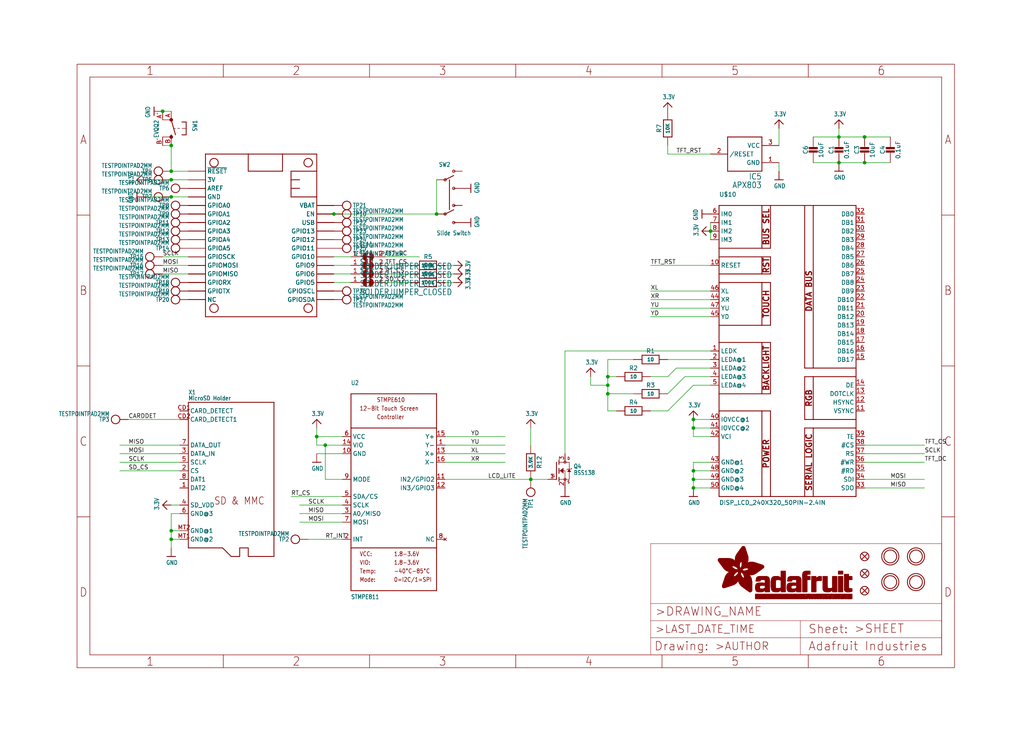
<source format=kicad_sch>
(kicad_sch (version 20211123) (generator eeschema)
  (paper "User" 303.835 217.881)
  (lib_symbols
    (symbol "eagleSchem-eagle-import:3.3V" (power)
      (property "Value" "3.3V" (at -1.524 1.016 0))
      (symbol "3.3V_1_0"
        (pin power_in line (at 0 -2.54 90) (length 2.54) (name "3.3V") (number "1"))
      )
    )
    (symbol "eagleSchem-eagle-import:AXP083-SAG"
      (property "Reference" "IC" (at -5.08 -7.62 0))
      (property "Value" "AXP083-SAG" (at -5.08 -10.16 0))
      (symbol "AXP083-SAG_1_0"
        (pin power_in line (at -10.16 -2.54 0) (length 5.08) (name "GND") (number "1"))
        (pin output line (at 10.16 0 180) (length 5.08) (name "/RESET") (number "2"))
        (pin power_in line (at -10.16 2.54 0) (length 5.08) (name "VCC") (number "3"))
      )
    )
    (symbol "eagleSchem-eagle-import:CAP_CERAMIC0805-NOOUTLINE"
      (property "Reference" "C" (at -2.29 1.25 90))
      (property "Value" "CAP_CERAMIC0805-NOOUTLINE" (at 2.3 1.25 90))
      (symbol "CAP_CERAMIC0805-NOOUTLINE_1_0"
        (pin passive line (at 0 5.08 270) (length 2.54) (name "1") (number "1"))
        (pin passive line (at 0 -2.54 90) (length 2.54) (name "2") (number "2"))
      )
    )
    (symbol "eagleSchem-eagle-import:DISP_LCD_240X320_50PIN-2.4IN"
      (property "Value" "DISP_LCD_240X320_50PIN-2.4IN" (at -20.32 -48.26 0))
      (symbol "DISP_LCD_240X320_50PIN-2.4IN_1_0"
        (text "BACKLIGHT" (at -6.35 -7.62 900) (effects (font (size 1.6764 1.6764) (thickness 0.3353) bold)))
        (text "BUS SEL" (at -6.35 34.29 900) (effects (font (size 1.6764 1.6764) (thickness 0.3353) bold)))
        (text "DATA BUS" (at 6.35 15.24 900) (effects (font (size 1.6764 1.6764) (thickness 0.3353) bold)))
        (text "POWER" (at -6.35 -33.02 900) (effects (font (size 1.6764 1.6764) (thickness 0.3353) bold)))
        (text "RGB" (at 6.35 -16.51 900) (effects (font (size 1.6764 1.6764) (thickness 0.3353) bold)))
        (text "RST" (at -6.35 22.86 900) (effects (font (size 1.6764 1.6764) (thickness 0.3353) bold)))
        (text "SERIAL LOGIC" (at 6.35 -35.56 900) (effects (font (size 1.6764 1.6764) (thickness 0.3353) bold)))
        (text "TOUCH" (at -6.35 11.43 900) (effects (font (size 1.6764 1.6764) (thickness 0.3353) bold)))
        (pin bidirectional line (at -22.86 -2.54 0) (length 2.54) (name "LEDK") (number "1"))
        (pin bidirectional line (at -22.86 22.86 0) (length 2.54) (name "RESET") (number "10"))
        (pin bidirectional line (at 22.86 -20.32 180) (length 2.54) (name "VSYNC") (number "11"))
        (pin bidirectional line (at 22.86 -17.78 180) (length 2.54) (name "HSYNC") (number "12"))
        (pin bidirectional line (at 22.86 -15.24 180) (length 2.54) (name "DOTCLK") (number "13"))
        (pin bidirectional line (at 22.86 -12.7 180) (length 2.54) (name "DE") (number "14"))
        (pin bidirectional line (at 22.86 -5.08 180) (length 2.54) (name "DB17") (number "15"))
        (pin bidirectional line (at 22.86 -2.54 180) (length 2.54) (name "DB16") (number "16"))
        (pin bidirectional line (at 22.86 0 180) (length 2.54) (name "DB15") (number "17"))
        (pin bidirectional line (at 22.86 2.54 180) (length 2.54) (name "DB14") (number "18"))
        (pin bidirectional line (at 22.86 5.08 180) (length 2.54) (name "DB13") (number "19"))
        (pin bidirectional line (at -22.86 -5.08 0) (length 2.54) (name "LEDA@1") (number "2"))
        (pin bidirectional line (at 22.86 7.62 180) (length 2.54) (name "DB12") (number "20"))
        (pin bidirectional line (at 22.86 10.16 180) (length 2.54) (name "DB11") (number "21"))
        (pin bidirectional line (at 22.86 12.7 180) (length 2.54) (name "DB10") (number "22"))
        (pin bidirectional line (at 22.86 15.24 180) (length 2.54) (name "DB9") (number "23"))
        (pin bidirectional line (at 22.86 17.78 180) (length 2.54) (name "DB8") (number "24"))
        (pin bidirectional line (at 22.86 20.32 180) (length 2.54) (name "DB7") (number "25"))
        (pin bidirectional line (at 22.86 22.86 180) (length 2.54) (name "DB6") (number "26"))
        (pin bidirectional line (at 22.86 25.4 180) (length 2.54) (name "DB5") (number "27"))
        (pin bidirectional line (at 22.86 27.94 180) (length 2.54) (name "DB4") (number "28"))
        (pin bidirectional line (at 22.86 30.48 180) (length 2.54) (name "DB3") (number "29"))
        (pin bidirectional line (at -22.86 -7.62 0) (length 2.54) (name "LEDA@2") (number "3"))
        (pin bidirectional line (at 22.86 33.02 180) (length 2.54) (name "DB2") (number "30"))
        (pin bidirectional line (at 22.86 35.56 180) (length 2.54) (name "DB1") (number "31"))
        (pin bidirectional line (at 22.86 38.1 180) (length 2.54) (name "DB0") (number "32"))
        (pin bidirectional line (at 22.86 -43.18 180) (length 2.54) (name "SDO") (number "33"))
        (pin bidirectional line (at 22.86 -40.64 180) (length 2.54) (name "SDI") (number "34"))
        (pin bidirectional line (at 22.86 -38.1 180) (length 2.54) (name "#RD") (number "35"))
        (pin bidirectional line (at 22.86 -35.56 180) (length 2.54) (name "#WR") (number "36"))
        (pin bidirectional line (at 22.86 -33.02 180) (length 2.54) (name "RS") (number "37"))
        (pin bidirectional line (at 22.86 -30.48 180) (length 2.54) (name "#CS") (number "38"))
        (pin bidirectional line (at 22.86 -27.94 180) (length 2.54) (name "TE") (number "39"))
        (pin bidirectional line (at -22.86 -10.16 0) (length 2.54) (name "LEDA@3") (number "4"))
        (pin bidirectional line (at -22.86 -22.86 0) (length 2.54) (name "IOVCC@1") (number "40"))
        (pin bidirectional line (at -22.86 -25.4 0) (length 2.54) (name "IOVCC@2") (number "41"))
        (pin bidirectional line (at -22.86 -27.94 0) (length 2.54) (name "VCI") (number "42"))
        (pin bidirectional line (at -22.86 -35.56 0) (length 2.54) (name "GND@1") (number "43"))
        (pin bidirectional line (at -22.86 12.7 0) (length 2.54) (name "XR") (number "44"))
        (pin bidirectional line (at -22.86 7.62 0) (length 2.54) (name "YD") (number "45"))
        (pin bidirectional line (at -22.86 15.24 0) (length 2.54) (name "XL") (number "46"))
        (pin bidirectional line (at -22.86 10.16 0) (length 2.54) (name "YU") (number "47"))
        (pin bidirectional line (at -22.86 -38.1 0) (length 2.54) (name "GND@2") (number "48"))
        (pin bidirectional line (at -22.86 -40.64 0) (length 2.54) (name "GND@3") (number "49"))
        (pin bidirectional line (at -22.86 -12.7 0) (length 2.54) (name "LEDA@4") (number "5"))
        (pin bidirectional line (at -22.86 -43.18 0) (length 2.54) (name "GND@4") (number "50"))
        (pin bidirectional line (at -22.86 38.1 0) (length 2.54) (name "IM0") (number "6"))
        (pin bidirectional line (at -22.86 35.56 0) (length 2.54) (name "IM1") (number "7"))
        (pin bidirectional line (at -22.86 33.02 0) (length 2.54) (name "IM2") (number "8"))
        (pin bidirectional line (at -22.86 30.48 0) (length 2.54) (name "IM3") (number "9"))
      )
    )
    (symbol "eagleSchem-eagle-import:FEATHERWING_SMTDUAL"
      (symbol "FEATHERWING_SMTDUAL_1_0"
        (pin input line (at 5.08 -5.08 90) (length 5.08) (name "~{RESET}") (number "1"))
        (pin input line (at 5.08 -5.08 90) (length 5.08) (name "~{RESET}") (number "1'"))
        (pin bidirectional line (at 27.94 -5.08 90) (length 5.08) (name "GPIOA5") (number "10"))
        (pin bidirectional line (at 27.94 -5.08 90) (length 5.08) (name "GPIOA5") (number "10'"))
        (pin bidirectional line (at 30.48 -5.08 90) (length 5.08) (name "GPIOSCK") (number "11"))
        (pin bidirectional line (at 30.48 -5.08 90) (length 5.08) (name "GPIOSCK") (number "11'"))
        (pin bidirectional line (at 33.02 -5.08 90) (length 5.08) (name "GPIOMOSI") (number "12"))
        (pin bidirectional line (at 33.02 -5.08 90) (length 5.08) (name "GPIOMOSI") (number "12'"))
        (pin bidirectional line (at 35.56 -5.08 90) (length 5.08) (name "GPIOMISO") (number "13"))
        (pin bidirectional line (at 35.56 -5.08 90) (length 5.08) (name "GPIOMISO") (number "13'"))
        (pin bidirectional line (at 38.1 -5.08 90) (length 5.08) (name "GPIORX") (number "14"))
        (pin bidirectional line (at 38.1 -5.08 90) (length 5.08) (name "GPIORX") (number "14'"))
        (pin bidirectional line (at 40.64 -5.08 90) (length 5.08) (name "GPIOTX") (number "15"))
        (pin bidirectional line (at 40.64 -5.08 90) (length 5.08) (name "GPIOTX") (number "15'"))
        (pin passive line (at 43.18 -5.08 90) (length 5.08) (name "NC") (number "16"))
        (pin passive line (at 43.18 -5.08 90) (length 5.08) (name "NC") (number "16'"))
        (pin bidirectional line (at 43.18 38.1 270) (length 5.08) (name "GPIOSDA") (number "17"))
        (pin bidirectional line (at 43.18 38.1 270) (length 5.08) (name "GPIOSDA") (number "17'"))
        (pin bidirectional line (at 40.64 38.1 270) (length 5.08) (name "GPIOSCL") (number "18"))
        (pin bidirectional line (at 40.64 38.1 270) (length 5.08) (name "GPIOSCL") (number "18'"))
        (pin bidirectional line (at 38.1 38.1 270) (length 5.08) (name "GPIO5") (number "19"))
        (pin bidirectional line (at 38.1 38.1 270) (length 5.08) (name "GPIO5") (number "19'"))
        (pin power_in line (at 7.62 -5.08 90) (length 5.08) (name "3V") (number "2"))
        (pin power_in line (at 7.62 -5.08 90) (length 5.08) (name "3V") (number "2'"))
        (pin bidirectional line (at 35.56 38.1 270) (length 5.08) (name "GPIO6") (number "20"))
        (pin bidirectional line (at 35.56 38.1 270) (length 5.08) (name "GPIO6") (number "20'"))
        (pin bidirectional line (at 33.02 38.1 270) (length 5.08) (name "GPIO9") (number "21"))
        (pin bidirectional line (at 33.02 38.1 270) (length 5.08) (name "GPIO9") (number "21'"))
        (pin bidirectional line (at 30.48 38.1 270) (length 5.08) (name "GPIO10") (number "22"))
        (pin bidirectional line (at 30.48 38.1 270) (length 5.08) (name "GPIO10") (number "22'"))
        (pin bidirectional line (at 27.94 38.1 270) (length 5.08) (name "GPIO11") (number "23"))
        (pin bidirectional line (at 27.94 38.1 270) (length 5.08) (name "GPIO11") (number "23'"))
        (pin bidirectional line (at 25.4 38.1 270) (length 5.08) (name "GPIO12") (number "24"))
        (pin bidirectional line (at 25.4 38.1 270) (length 5.08) (name "GPIO12") (number "24'"))
        (pin bidirectional line (at 22.86 38.1 270) (length 5.08) (name "GPIO13") (number "25"))
        (pin bidirectional line (at 22.86 38.1 270) (length 5.08) (name "GPIO13") (number "25'"))
        (pin power_in line (at 20.32 38.1 270) (length 5.08) (name "USB") (number "26"))
        (pin power_in line (at 20.32 38.1 270) (length 5.08) (name "USB") (number "26'"))
        (pin passive line (at 17.78 38.1 270) (length 5.08) (name "EN") (number "27"))
        (pin passive line (at 17.78 38.1 270) (length 5.08) (name "EN") (number "27'"))
        (pin power_in line (at 15.24 38.1 270) (length 5.08) (name "VBAT") (number "28"))
        (pin power_in line (at 15.24 38.1 270) (length 5.08) (name "VBAT") (number "28'"))
        (pin passive line (at 10.16 -5.08 90) (length 5.08) (name "AREF") (number "3"))
        (pin passive line (at 10.16 -5.08 90) (length 5.08) (name "AREF") (number "3'"))
        (pin power_in line (at 12.7 -5.08 90) (length 5.08) (name "GND") (number "4"))
        (pin power_in line (at 12.7 -5.08 90) (length 5.08) (name "GND") (number "4'"))
        (pin bidirectional line (at 15.24 -5.08 90) (length 5.08) (name "GPIOA0") (number "5"))
        (pin bidirectional line (at 15.24 -5.08 90) (length 5.08) (name "GPIOA0") (number "5'"))
        (pin bidirectional line (at 17.78 -5.08 90) (length 5.08) (name "GPIOA1") (number "6"))
        (pin bidirectional line (at 17.78 -5.08 90) (length 5.08) (name "GPIOA1") (number "6'"))
        (pin bidirectional line (at 20.32 -5.08 90) (length 5.08) (name "GPIOA2") (number "7"))
        (pin bidirectional line (at 20.32 -5.08 90) (length 5.08) (name "GPIOA2") (number "7'"))
        (pin bidirectional line (at 22.86 -5.08 90) (length 5.08) (name "GPIOA3") (number "8"))
        (pin bidirectional line (at 22.86 -5.08 90) (length 5.08) (name "GPIOA3") (number "8'"))
        (pin bidirectional line (at 25.4 -5.08 90) (length 5.08) (name "GPIOA4") (number "9"))
        (pin bidirectional line (at 25.4 -5.08 90) (length 5.08) (name "GPIOA4") (number "9'"))
      )
    )
    (symbol "eagleSchem-eagle-import:FIDUCIAL{dblquote}{dblquote}")
    (symbol "eagleSchem-eagle-import:FRAME_A4_ADAFRUIT"
      (symbol "FRAME_A4_ADAFRUIT_0_0"
        (text "1" (at 21.6958 1.905 0) (effects (font (size 2.54 2.286))))
        (text "1" (at 21.6958 177.165 0) (effects (font (size 2.54 2.286))))
        (text "2" (at 65.0875 1.905 0) (effects (font (size 2.54 2.286))))
        (text "2" (at 65.0875 177.165 0) (effects (font (size 2.54 2.286))))
        (text "3" (at 108.4792 1.905 0) (effects (font (size 2.54 2.286))))
        (text "3" (at 108.4792 177.165 0) (effects (font (size 2.54 2.286))))
        (text "4" (at 151.8708 1.905 0) (effects (font (size 2.54 2.286))))
        (text "4" (at 151.8708 177.165 0) (effects (font (size 2.54 2.286))))
        (text "5" (at 195.2625 1.905 0) (effects (font (size 2.54 2.286))))
        (text "5" (at 195.2625 177.165 0) (effects (font (size 2.54 2.286))))
        (text "6" (at 238.6542 1.905 0) (effects (font (size 2.54 2.286))))
        (text "6" (at 238.6542 177.165 0) (effects (font (size 2.54 2.286))))
        (text "A" (at 1.905 156.6863 0) (effects (font (size 2.54 2.286))))
        (text "A" (at 258.445 156.6863 0) (effects (font (size 2.54 2.286))))
        (text "B" (at 1.905 111.9188 0) (effects (font (size 2.54 2.286))))
        (text "B" (at 258.445 111.9188 0) (effects (font (size 2.54 2.286))))
        (text "C" (at 1.905 67.1513 0) (effects (font (size 2.54 2.286))))
        (text "C" (at 258.445 67.1513 0) (effects (font (size 2.54 2.286))))
        (text "D" (at 1.905 22.3838 0) (effects (font (size 2.54 2.286))))
        (text "D" (at 258.445 22.3838 0) (effects (font (size 2.54 2.286))))
      )
      (symbol "FRAME_A4_ADAFRUIT_1_0"
        (text ">AUTHOR" (at 189.23 5.08 0) (effects (font (size 2.286 2.286)) (justify left bottom)))
        (text ">DRAWING_NAME" (at 171.45 15.24 0) (effects (font (size 2.54 2.54)) (justify left bottom)))
        (text ">LAST_DATE_TIME" (at 171.45 10.16 0) (effects (font (size 2.286 2.286)) (justify left bottom)))
        (text ">SHEET" (at 230.505 10.16 0) (effects (font (size 2.54 2.54)) (justify left bottom)))
        (text "Adafruit Industries" (at 216.916 4.953 0) (effects (font (size 2.54 2.54)) (justify left bottom)))
        (text "Drawing:" (at 171.196 4.953 0) (effects (font (size 2.54 2.54)) (justify left bottom)))
        (text "Sheet:" (at 216.916 10.033 0) (effects (font (size 2.54 2.54)) (justify left bottom)))
      )
    )
    (symbol "eagleSchem-eagle-import:GND" (power)
      (property "Value" "GND" (at -1.524 -2.54 0))
      (symbol "GND_1_0"
        (pin power_in line (at 0 2.54 270) (length 2.54) (name "GND") (number "1"))
      )
    )
    (symbol "eagleSchem-eagle-import:MICROSD"
      (property "Reference" "X" (at -12.7 22.606 0))
      (property "Value" "MICROSD" (at -12.7 20.828 0))
      (symbol "MICROSD_1_0"
        (text "SD & MMC" (at -5.08 -10.16 0) (effects (font (size 2.1844 1.8567)) (justify left bottom)))
        (pin bidirectional line (at -15.24 -5.08 0) (length 2.54) (name "DAT2") (number "1"))
        (pin input line (at -15.24 0 0) (length 2.54) (name "CS") (number "2"))
        (pin input line (at -15.24 5.08 0) (length 2.54) (name "DATA_IN") (number "3"))
        (pin power_in line (at -15.24 -10.16 0) (length 2.54) (name "SD_VDD") (number "4"))
        (pin input line (at -15.24 2.54 0) (length 2.54) (name "SCLK") (number "5"))
        (pin power_in line (at -15.24 -12.7 0) (length 2.54) (name "GND@3") (number "6"))
        (pin output line (at -15.24 7.62 0) (length 2.54) (name "DATA_OUT") (number "7"))
        (pin bidirectional line (at -15.24 -2.54 0) (length 2.54) (name "DAT1") (number "8"))
        (pin passive line (at -15.24 17.78 0) (length 2.54) (name "CARD_DETECT") (number "CD1"))
        (pin passive line (at -15.24 15.24 0) (length 2.54) (name "CARD_DETECT1") (number "CD2"))
        (pin power_in line (at -15.24 -20.32 0) (length 2.54) (name "GND@2") (number "MT1"))
        (pin power_in line (at -15.24 -17.78 0) (length 2.54) (name "GND@1") (number "MT2"))
      )
    )
    (symbol "eagleSchem-eagle-import:MOSFET-NWIDE"
      (property "Reference" "Q" (at 5.08 0.635 0))
      (property "Value" "MOSFET-NWIDE" (at 5.08 -1.27 0))
      (symbol "MOSFET-NWIDE_1_0"
        (text "D" (at 3.175 3.175 0) (effects (font (size 0.8128 0.6908)) (justify left bottom)))
        (text "G" (at -1.27 -1.905 0) (effects (font (size 0.8128 0.6908)) (justify left bottom)))
        (text "S" (at 3.175 -3.81 0) (effects (font (size 0.8128 0.6908)) (justify left bottom)))
        (pin bidirectional line (at -2.54 -2.54 0) (length 2.54) (name "G") (number "1"))
        (pin bidirectional line (at 2.54 -5.08 90) (length 2.54) (name "S") (number "2"))
        (pin bidirectional line (at 2.54 5.08 270) (length 2.54) (name "D") (number "3"))
      )
    )
    (symbol "eagleSchem-eagle-import:MOUNTINGHOLE2.5")
    (symbol "eagleSchem-eagle-import:RESISTOR0805_NOOUTLINE"
      (property "Reference" "R" (at 0 2.54 0))
      (property "Value" "RESISTOR0805_NOOUTLINE" (at 0 0 0))
      (symbol "RESISTOR0805_NOOUTLINE_1_0"
        (pin passive line (at -5.08 0 0) (length 2.54) (name "1") (number "1"))
        (pin passive line (at 5.08 0 180) (length 2.54) (name "2") (number "2"))
      )
    )
    (symbol "eagleSchem-eagle-import:SOLDERJUMPER_CLOSED"
      (property "Reference" "SJ" (at -2.54 2.54 0))
      (property "Value" "SOLDERJUMPER_CLOSED" (at -2.54 -3.81 0))
      (symbol "SOLDERJUMPER_CLOSED_1_0"
        (pin passive line (at -5.08 0 0) (length 2.54) (name "1") (number "1"))
        (pin passive line (at 5.08 0 180) (length 2.54) (name "2") (number "2"))
      )
    )
    (symbol "eagleSchem-eagle-import:STMPE610"
      (property "Reference" "U" (at -12.7 33.02 0))
      (property "Value" "STMPE610" (at -12.7 -30.48 0))
      (symbol "STMPE610_1_0"
        (text "-40°C-85°C" (at 0 -22.86 0) (effects (font (size 1.27 1.0795)) (justify left bottom)))
        (text "0=I2C/1=SPI" (at 0 -25.4 0) (effects (font (size 1.27 1.0795)) (justify left bottom)))
        (text "1.8-3.6V" (at 0 -20.32 0) (effects (font (size 1.27 1.0795)) (justify left bottom)))
        (text "1.8-3.6V" (at 0 -17.78 0) (effects (font (size 1.27 1.0795)) (justify left bottom)))
        (text "12-Bit Touch Screen" (at -10.16 25.4 0) (effects (font (size 1.27 1.0795)) (justify left bottom)))
        (text "Controller" (at -5.08 22.86 0) (effects (font (size 1.27 1.0795)) (justify left bottom)))
        (text "Mode:" (at -10.16 -25.4 0) (effects (font (size 1.27 1.0795)) (justify left bottom)))
        (text "STMPE610" (at -5.08 27.94 0) (effects (font (size 1.27 1.0795)) (justify left bottom)))
        (text "Temp:" (at -10.16 -22.86 0) (effects (font (size 1.27 1.0795)) (justify left bottom)))
        (text "VCC:" (at -10.16 -17.78 0) (effects (font (size 1.27 1.0795)) (justify left bottom)))
        (text "VIO:" (at -10.16 -20.32 0) (effects (font (size 1.27 1.0795)) (justify left bottom)))
        (pin input line (at 15.24 15.24 180) (length 2.54) (name "Y-") (number "1"))
        (pin power_in line (at -15.24 12.7 0) (length 2.54) (name "GND") (number "10"))
        (pin bidirectional line (at 15.24 5.08 180) (length 2.54) (name "IN2/GPIO2") (number "11"))
        (pin bidirectional line (at 15.24 2.54 180) (length 2.54) (name "IN3/GPIO3") (number "12"))
        (pin input line (at 15.24 12.7 180) (length 2.54) (name "X+") (number "13"))
        (pin power_in line (at -15.24 15.24 0) (length 2.54) (name "VIO") (number "14"))
        (pin input line (at 15.24 17.78 180) (length 2.54) (name "Y+") (number "15"))
        (pin input line (at 15.24 10.16 180) (length 2.54) (name "X-") (number "16"))
        (pin output line (at -15.24 -12.7 0) (length 2.54) (name "INT") (number "2"))
        (pin bidirectional line (at -15.24 -5.08 0) (length 2.54) (name "A0/MISO") (number "3"))
        (pin bidirectional line (at -15.24 -2.54 0) (length 2.54) (name "SCLK") (number "4"))
        (pin bidirectional line (at -15.24 0 0) (length 2.54) (name "SDA/CS") (number "5"))
        (pin power_in line (at -15.24 17.78 0) (length 2.54) (name "VCC") (number "6"))
        (pin input line (at -15.24 -7.62 0) (length 2.54) (name "MOSI") (number "7"))
        (pin no_connect line (at 15.24 -12.7 180) (length 2.54) (name "NC") (number "8"))
        (pin input line (at -15.24 5.08 0) (length 2.54) (name "MODE") (number "9"))
      )
    )
    (symbol "eagleSchem-eagle-import:SWITCH_DPDTEG1390"
      (property "Reference" "SW" (at -4.445 8.89 0))
      (property "Value" "SWITCH_DPDTEG1390" (at -5.08 -11.43 0))
      (symbol "SWITCH_DPDTEG1390_1_0"
        (pin passive line (at 2.54 7.62 180) (length 2.54) (name "O1") (number "O1"))
        (pin passive line (at 2.54 -2.54 180) (length 2.54) (name "O2") (number "O2"))
        (pin passive line (at -5.08 5.08 0) (length 2.54) (name "P1") (number "P1"))
        (pin passive line (at -5.08 -5.08 0) (length 2.54) (name "P2") (number "P2"))
        (pin passive line (at 2.54 2.54 180) (length 2.54) (name "S1") (number "S1"))
        (pin passive line (at 2.54 -7.62 180) (length 2.54) (name "S2") (number "S2"))
      )
    )
    (symbol "eagleSchem-eagle-import:SWITCH_TACT_SMT_EVQQ2_SMALL"
      (property "Reference" "SW" (at -2.54 6.35 0))
      (property "Value" "SWITCH_TACT_SMT_EVQQ2_SMALL" (at -2.54 -5.08 0))
      (symbol "SWITCH_TACT_SMT_EVQQ2_SMALL_1_0"
        (pin passive line (at -5.08 0 0) (length 2.54) (name "P") (number "A"))
        (pin passive line (at -5.08 -2.54 0) (length 2.54) (name "P1") (number "A'"))
        (pin passive line (at 5.08 0 180) (length 2.54) (name "S") (number "B"))
        (pin passive line (at 5.08 -2.54 180) (length 2.54) (name "S1") (number "B'"))
      )
    )
    (symbol "eagleSchem-eagle-import:TESTPOINTPAD2MM"
      (property "Reference" "TP" (at 0 5.588 90))
      (property "Value" "TESTPOINTPAD2MM" (at 1.651 5.588 90))
      (symbol "TESTPOINTPAD2MM_1_0"
        (pin bidirectional line (at 0 0 90) (length 2.54) (name "P$1") (number "P$1"))
      )
    )
  )
  (junction (at 180.34 111.76))
  (junction (at 50.8 43.18))
  (junction (at 50.8 53.34))
  (junction (at 256.54 40.64))
  (junction (at 210.82 68.58))
  (junction (at 157.48 142.24))
  (junction (at 248.92 48.26))
  (junction (at 180.34 114.3))
  (junction (at 205.74 127))
  (junction (at 50.8 160.02))
  (junction (at 50.8 58.42))
  (junction (at 96.52 132.08))
  (junction (at 205.74 142.24))
  (junction (at 129.54 63.5))
  (junction (at 50.8 157.48))
  (junction (at 205.74 144.78))
  (junction (at 256.54 48.26))
  (junction (at 180.34 116.84))
  (junction (at 205.74 124.46))
  (junction (at 99.06 63.5))
  (junction (at 248.92 40.64))
  (junction (at 50.8 50.8))
  (junction (at 205.74 139.7))
  (junction (at 93.98 129.54))
  (junction (at 48.26 33.02))
  (wire (pts (xy 50.8 53.34) (xy 55.88 53.34)))
  (wire (pts (xy 210.82 137.16) (xy 205.74 137.16)))
  (wire (pts (xy 256.54 144.78) (xy 274.32 144.78)))
  (wire (pts (xy 205.74 139.7) (xy 205.74 142.24)))
  (wire (pts (xy 256.54 132.08) (xy 274.32 132.08)))
  (wire (pts (xy 134.62 81.28) (xy 132.08 81.28)))
  (wire (pts (xy 53.34 160.02) (xy 50.8 160.02)))
  (wire (pts (xy 55.88 76.2) (xy 48.26 76.2)))
  (wire (pts (xy 99.06 63.5) (xy 129.54 63.5)))
  (wire (pts (xy 248.92 48.26) (xy 256.54 48.26)))
  (wire (pts (xy 210.82 129.54) (xy 205.74 129.54)))
  (wire (pts (xy 210.82 68.58) (xy 210.82 71.12)))
  (wire (pts (xy 205.74 142.24) (xy 205.74 144.78)))
  (wire (pts (xy 256.54 40.64) (xy 248.92 40.64)))
  (wire (pts (xy 193.04 78.74) (xy 210.82 78.74)))
  (wire (pts (xy 86.36 147.32) (xy 101.6 147.32)))
  (wire (pts (xy 167.64 104.14) (xy 210.82 104.14)))
  (wire (pts (xy 200.66 109.22) (xy 210.82 109.22)))
  (wire (pts (xy 50.8 160.02) (xy 50.8 162.56)))
  (wire (pts (xy 35.56 132.08) (xy 53.34 132.08)))
  (wire (pts (xy 182.88 111.76) (xy 180.34 111.76)))
  (wire (pts (xy 180.34 116.84) (xy 180.34 114.3)))
  (wire (pts (xy 256.54 137.16) (xy 274.32 137.16)))
  (wire (pts (xy 53.34 149.86) (xy 50.8 149.86)))
  (wire (pts (xy 96.52 132.08) (xy 93.98 132.08)))
  (wire (pts (xy 193.04 121.92) (xy 198.12 121.92)))
  (wire (pts (xy 93.98 129.54) (xy 101.6 129.54)))
  (wire (pts (xy 53.34 152.4) (xy 50.8 152.4)))
  (wire (pts (xy 205.74 137.16) (xy 205.74 139.7)))
  (wire (pts (xy 256.54 134.62) (xy 274.32 134.62)))
  (wire (pts (xy 167.64 104.14) (xy 167.64 134.62)))
  (wire (pts (xy 35.56 139.7) (xy 53.34 139.7)))
  (wire (pts (xy 93.98 134.62) (xy 101.6 134.62)))
  (wire (pts (xy 175.26 111.76) (xy 175.26 114.3)))
  (wire (pts (xy 210.82 45.72) (xy 198.12 45.72)))
  (wire (pts (xy 114.3 81.28) (xy 121.92 81.28)))
  (wire (pts (xy 205.74 144.78) (xy 210.82 144.78)))
  (wire (pts (xy 193.04 111.76) (xy 198.12 111.76)))
  (wire (pts (xy 121.92 78.74) (xy 114.3 78.74)))
  (wire (pts (xy 93.98 129.54) (xy 93.98 132.08)))
  (wire (pts (xy 231.14 48.26) (xy 231.14 50.8)))
  (wire (pts (xy 53.34 134.62) (xy 35.56 134.62)))
  (wire (pts (xy 198.12 111.76) (xy 200.66 109.22)))
  (wire (pts (xy 132.08 134.62) (xy 149.86 134.62)))
  (wire (pts (xy 205.74 142.24) (xy 210.82 142.24)))
  (wire (pts (xy 198.12 116.84) (xy 203.2 111.76)))
  (wire (pts (xy 198.12 45.72) (xy 198.12 43.18)))
  (wire (pts (xy 210.82 88.9) (xy 193.04 88.9)))
  (wire (pts (xy 231.14 43.18) (xy 231.14 38.1)))
  (wire (pts (xy 175.26 114.3) (xy 180.34 114.3)))
  (wire (pts (xy 132.08 137.16) (xy 149.86 137.16)))
  (wire (pts (xy 210.82 93.98) (xy 193.04 93.98)))
  (wire (pts (xy 88.9 152.4) (xy 101.6 152.4)))
  (wire (pts (xy 50.8 160.02) (xy 50.8 157.48)))
  (wire (pts (xy 264.16 48.26) (xy 256.54 48.26)))
  (wire (pts (xy 53.34 124.46) (xy 38.1 124.46)))
  (wire (pts (xy 55.88 81.28) (xy 48.26 81.28)))
  (wire (pts (xy 114.3 76.2) (xy 124.46 76.2)))
  (wire (pts (xy 43.18 53.34) (xy 50.8 53.34)))
  (wire (pts (xy 50.8 157.48) (xy 53.34 157.48)))
  (wire (pts (xy 101.6 132.08) (xy 96.52 132.08)))
  (wire (pts (xy 134.62 78.74) (xy 132.08 78.74)))
  (wire (pts (xy 104.14 83.82) (xy 99.06 83.82)))
  (wire (pts (xy 180.34 121.92) (xy 180.34 116.84)))
  (wire (pts (xy 50.8 33.02) (xy 48.26 33.02)))
  (wire (pts (xy 180.34 111.76) (xy 180.34 106.68)))
  (wire (pts (xy 256.54 142.24) (xy 274.32 142.24)))
  (wire (pts (xy 180.34 116.84) (xy 187.96 116.84)))
  (wire (pts (xy 198.12 106.68) (xy 210.82 106.68)))
  (wire (pts (xy 203.2 111.76) (xy 210.82 111.76)))
  (wire (pts (xy 121.92 83.82) (xy 114.3 83.82)))
  (wire (pts (xy 210.82 124.46) (xy 205.74 124.46)))
  (wire (pts (xy 50.8 152.4) (xy 50.8 157.48)))
  (wire (pts (xy 205.74 124.46) (xy 205.74 127)))
  (wire (pts (xy 101.6 154.94) (xy 88.9 154.94)))
  (wire (pts (xy 180.34 114.3) (xy 180.34 111.76)))
  (wire (pts (xy 157.48 142.24) (xy 162.56 142.24)))
  (wire (pts (xy 101.6 142.24) (xy 96.52 142.24)))
  (wire (pts (xy 96.52 142.24) (xy 96.52 132.08)))
  (wire (pts (xy 180.34 106.68) (xy 187.96 106.68)))
  (wire (pts (xy 88.9 149.86) (xy 101.6 149.86)))
  (wire (pts (xy 132.08 132.08) (xy 149.86 132.08)))
  (wire (pts (xy 101.6 160.02) (xy 91.44 160.02)))
  (wire (pts (xy 50.8 43.18) (xy 50.8 50.8)))
  (wire (pts (xy 210.82 66.04) (xy 210.82 68.58)))
  (wire (pts (xy 48.26 78.74) (xy 55.88 78.74)))
  (wire (pts (xy 48.26 43.18) (xy 50.8 43.18)))
  (wire (pts (xy 210.82 86.36) (xy 193.04 86.36)))
  (wire (pts (xy 256.54 40.64) (xy 264.16 40.64)))
  (wire (pts (xy 182.88 121.92) (xy 180.34 121.92)))
  (wire (pts (xy 50.8 58.42) (xy 55.88 58.42)))
  (wire (pts (xy 205.74 129.54) (xy 205.74 127)))
  (wire (pts (xy 104.14 81.28) (xy 99.06 81.28)))
  (wire (pts (xy 198.12 121.92) (xy 205.74 114.3)))
  (wire (pts (xy 210.82 91.44) (xy 193.04 91.44)))
  (wire (pts (xy 104.14 78.74) (xy 99.06 78.74)))
  (wire (pts (xy 205.74 114.3) (xy 210.82 114.3)))
  (wire (pts (xy 104.14 76.2) (xy 99.06 76.2)))
  (wire (pts (xy 248.92 38.1) (xy 248.92 40.64)))
  (wire (pts (xy 241.3 40.64) (xy 248.92 40.64)))
  (wire (pts (xy 157.48 132.08) (xy 157.48 127)))
  (wire (pts (xy 53.34 137.16) (xy 35.56 137.16)))
  (wire (pts (xy 205.74 127) (xy 210.82 127)))
  (wire (pts (xy 132.08 129.54) (xy 149.86 129.54)))
  (wire (pts (xy 93.98 127) (xy 93.98 129.54)))
  (wire (pts (xy 134.62 83.82) (xy 132.08 83.82)))
  (wire (pts (xy 129.54 63.5) (xy 129.54 53.34)))
  (wire (pts (xy 50.8 50.8) (xy 55.88 50.8)))
  (wire (pts (xy 132.08 142.24) (xy 157.48 142.24)))
  (wire (pts (xy 248.92 48.26) (xy 241.3 48.26)))
  (wire (pts (xy 210.82 139.7) (xy 205.74 139.7)))
  (wire (pts (xy 43.18 58.42) (xy 50.8 58.42)))
  (label "TFT_DC" (at 274.32 137.16 0) (effects (font (size 1.2446 1.2446))))
  (label "YU" (at 139.7 132.08 0) (effects (font (size 1.2446 1.2446))))
  (label "MOSI" (at 264.16 142.24 0) (effects (font (size 1.2446 1.2446))))
  (label "SCLK" (at 91.44 149.86 0) (effects (font (size 1.2446 1.2446))))
  (label "TFT_CS" (at 114.3 78.74 0) (effects (font (size 1.2446 1.2446))))
  (label "XR" (at 139.7 137.16 0) (effects (font (size 1.2446 1.2446))))
  (label "MISO" (at 48.26 81.28 0) (effects (font (size 1.2446 1.2446))))
  (label "RT_INT" (at 96.52 160.02 0) (effects (font (size 1.2446 1.2446))))
  (label "SD_CS" (at 114.3 83.82 0) (effects (font (size 1.2446 1.2446))))
  (label "RT_CS" (at 86.36 147.32 0) (effects (font (size 1.2446 1.2446))))
  (label "MOSI" (at 48.26 78.74 0) (effects (font (size 1.2446 1.2446))))
  (label "TFT_RST" (at 200.66 45.72 0) (effects (font (size 1.2446 1.2446))))
  (label "RT_CS" (at 114.3 81.28 0) (effects (font (size 1.2446 1.2446))))
  (label "CARDDET" (at 38.1 124.46 0) (effects (font (size 1.2446 1.2446))))
  (label "SCLK" (at 38.1 137.16 0) (effects (font (size 1.2446 1.2446))))
  (label "SCLK" (at 274.32 134.62 0) (effects (font (size 1.2446 1.2446))))
  (label "LCD_LITE" (at 144.78 142.24 0) (effects (font (size 1.2446 1.2446))))
  (label "MISO" (at 264.16 144.78 0) (effects (font (size 1.2446 1.2446))))
  (label "YD" (at 193.04 93.98 0) (effects (font (size 1.2446 1.2446))))
  (label "TFT_DC" (at 114.3 76.2 0) (effects (font (size 1.2446 1.2446))))
  (label "XL" (at 193.04 86.36 0) (effects (font (size 1.2446 1.2446))))
  (label "XL" (at 139.7 134.62 0) (effects (font (size 1.2446 1.2446))))
  (label "TFT_CS" (at 274.32 132.08 0) (effects (font (size 1.2446 1.2446))))
  (label "SD_CS" (at 38.1 139.7 0) (effects (font (size 1.2446 1.2446))))
  (label "YU" (at 193.04 91.44 0) (effects (font (size 1.2446 1.2446))))
  (label "MOSI" (at 38.1 134.62 0) (effects (font (size 1.2446 1.2446))))
  (label "TFT_RST" (at 193.04 78.74 0) (effects (font (size 1.2446 1.2446))))
  (label "MOSI" (at 91.44 154.94 0) (effects (font (size 1.2446 1.2446))))
  (label "MISO" (at 91.44 152.4 0) (effects (font (size 1.2446 1.2446))))
  (label "YD" (at 139.7 129.54 0) (effects (font (size 1.2446 1.2446))))
  (label "SCLK" (at 48.26 76.2 0) (effects (font (size 1.2446 1.2446))))
  (label "MISO" (at 38.1 132.08 0) (effects (font (size 1.2446 1.2446))))
  (label "XR" (at 193.04 88.9 0) (effects (font (size 1.2446 1.2446))))
  (symbol (lib_id "eagleSchem-eagle-import:3.3V") (at 157.48 124.46 0) (unit 1)
    (property "Reference" "#U$27" (effects hide))
    (property "Value" "3.3V" (at 155.956 123.444 0) (effects (font (size 1.27 1.0795)) (justify left bottom)))
    (property "Footprint" "eagleSchem:" (effects hide))
  )
  (symbol (lib_id "eagleSchem-eagle-import:3.3V") (at 248.92 35.56 0) (unit 1)
    (property "Reference" "#U$32" (effects hide))
    (property "Value" "3.3V" (at 247.396 34.544 0) (effects (font (size 1.27 1.0795)) (justify left bottom)))
    (property "Footprint" "eagleSchem:" (effects hide))
  )
  (symbol (lib_id "eagleSchem-eagle-import:STMPE610") (at 116.84 147.32 0) (unit 1)
    (property "Reference" "U2" (at 104.14 114.3 0) (effects (font (size 1.27 1.0795)) (justify left bottom)))
    (property "Value" "STMPE811" (at 104.14 177.8 0) (effects (font (size 1.27 1.0795)) (justify left bottom)))
    (property "Footprint" "eagleSchem:QFN16_3MM" (effects hide))
  )
  (symbol (lib_id "eagleSchem-eagle-import:DISP_LCD_240X320_50PIN-2.4IN") (at 233.68 101.6 0) (unit 1)
    (property "Reference" "U$10" (at 213.36 58.42 0) (effects (justify left bottom)))
    (property "Value" "DISP_LCD_240X320_50PIN-2.4IN" (at 213.36 149.86 0) (effects (justify left bottom)))
    (property "Footprint" "eagleSchem:TFT_2.4IN_240X320_50PIN" (effects hide))
  )
  (symbol (lib_id "eagleSchem-eagle-import:3.3V") (at 208.28 68.58 90) (unit 1)
    (property "Reference" "#U$2" (effects hide))
    (property "Value" "3.3V" (at 207.264 70.104 0) (effects (font (size 1.27 1.0795)) (justify left bottom)))
    (property "Footprint" "eagleSchem:" (effects hide))
  )
  (symbol (lib_id "eagleSchem-eagle-import:TESTPOINTPAD2MM") (at 38.1 124.46 90) (unit 1)
    (property "Reference" "TP3" (at 32.512 124.46 90) (effects (font (size 1.27 1.0795)) (justify left)))
    (property "Value" "TESTPOINTPAD2MM" (at 32.512 122.809 90) (effects (font (size 1.27 1.0795)) (justify left)))
    (property "Footprint" "eagleSchem:TESTPOINT_PAD_2MM" (effects hide))
  )
  (symbol (lib_id "eagleSchem-eagle-import:SOLDERJUMPER_CLOSED") (at 109.22 81.28 0) (unit 1)
    (property "Reference" "SJ2" (at 106.68 78.74 0) (effects (font (size 1.778 1.5113)) (justify left bottom)))
    (property "Value" "SOLDERJUMPER_CLOSED" (at 106.68 85.09 0) (effects (font (size 1.778 1.5113)) (justify left bottom)))
    (property "Footprint" "eagleSchem:SOLDERJUMPER_CLOSEDWIRE" (effects hide))
  )
  (symbol (lib_id "eagleSchem-eagle-import:TESTPOINTPAD2MM") (at 55.88 73.66 90) (unit 1)
    (property "Reference" "TP14" (at 50.292 73.66 90) (effects (font (size 1.27 1.0795)) (justify left)))
    (property "Value" "TESTPOINTPAD2MM" (at 50.292 72.009 90) (effects (font (size 1.27 1.0795)) (justify left)))
    (property "Footprint" "eagleSchem:TESTPOINT_PAD_2MM" (effects hide))
  )
  (symbol (lib_id "eagleSchem-eagle-import:TESTPOINTPAD2MM") (at 55.88 83.82 90) (unit 1)
    (property "Reference" "TP18" (at 50.292 83.82 90) (effects (font (size 1.27 1.0795)) (justify left)))
    (property "Value" "TESTPOINTPAD2MM" (at 50.292 82.169 90) (effects (font (size 1.27 1.0795)) (justify left)))
    (property "Footprint" "eagleSchem:TESTPOINT_PAD_2MM" (effects hide))
  )
  (symbol (lib_id "eagleSchem-eagle-import:TESTPOINTPAD2MM") (at 55.88 68.58 90) (unit 1)
    (property "Reference" "TP12" (at 50.292 68.58 90) (effects (font (size 1.27 1.0795)) (justify left)))
    (property "Value" "TESTPOINTPAD2MM" (at 50.292 66.929 90) (effects (font (size 1.27 1.0795)) (justify left)))
    (property "Footprint" "eagleSchem:TESTPOINT_PAD_2MM" (effects hide))
  )
  (symbol (lib_id "eagleSchem-eagle-import:MOSFET-NWIDE") (at 165.1 139.7 0) (unit 1)
    (property "Reference" "Q4" (at 170.18 139.065 0) (effects (font (size 1.27 1.0795)) (justify left bottom)))
    (property "Value" "BSS138" (at 170.18 140.97 0) (effects (font (size 1.27 1.0795)) (justify left bottom)))
    (property "Footprint" "eagleSchem:SOT23-WIDE" (effects hide))
  )
  (symbol (lib_id "eagleSchem-eagle-import:FRAME_A4_ADAFRUIT") (at 22.86 198.12 0) (unit 1)
    (property "Reference" "#U$25" (effects hide))
    (property "Value" "FRAME_A4_ADAFRUIT" (effects hide))
    (property "Footprint" "eagleSchem:" (effects hide))
  )
  (symbol (lib_id "eagleSchem-eagle-import:TESTPOINTPAD2MM") (at 50.8 50.8 90) (unit 1)
    (property "Reference" "TP4" (at 45.212 50.8 90) (effects (font (size 1.27 1.0795)) (justify left)))
    (property "Value" "TESTPOINTPAD2MM" (at 45.212 49.149 90) (effects (font (size 1.27 1.0795)) (justify left)))
    (property "Footprint" "eagleSchem:TESTPOINT_PAD_2MM" (effects hide))
  )
  (symbol (lib_id "eagleSchem-eagle-import:GND") (at 45.72 33.02 270) (unit 1)
    (property "Reference" "#U$7" (effects hide))
    (property "Value" "GND" (at 43.18 31.496 0) (effects (font (size 1.27 1.0795)) (justify left bottom)))
    (property "Footprint" "eagleSchem:" (effects hide))
  )
  (symbol (lib_id "eagleSchem-eagle-import:FEATHERWING_SMTDUAL") (at 60.96 45.72 270) (unit 1)
    (property "Reference" "MS2" (effects hide))
    (property "Value" "FEATHERWING_SMTDUAL" (effects hide))
    (property "Footprint" "eagleSchem:FEATHERWING_SMT2" (effects hide))
  )
  (symbol (lib_id "eagleSchem-eagle-import:RESISTOR0805_NOOUTLINE") (at 127 81.28 0) (unit 1)
    (property "Reference" "R8" (at 127 78.74 0))
    (property "Value" "100K" (at 127 81.28 0) (effects (font (size 1.016 1.016) bold)))
    (property "Footprint" "eagleSchem:0805-NO" (effects hide))
  )
  (symbol (lib_id "eagleSchem-eagle-import:GND") (at 167.64 147.32 0) (unit 1)
    (property "Reference" "#U$20" (effects hide))
    (property "Value" "GND" (at 166.116 149.86 0) (effects (font (size 1.27 1.0795)) (justify left bottom)))
    (property "Footprint" "eagleSchem:" (effects hide))
  )
  (symbol (lib_id "eagleSchem-eagle-import:TESTPOINTPAD2MM") (at 99.06 73.66 270) (unit 1)
    (property "Reference" "TP25" (at 104.648 73.66 90) (effects (font (size 1.27 1.0795)) (justify left)))
    (property "Value" "TESTPOINTPAD2MM" (at 104.648 75.311 90) (effects (font (size 1.27 1.0795)) (justify left)))
    (property "Footprint" "eagleSchem:TESTPOINT_PAD_2MM" (effects hide))
  )
  (symbol (lib_id "eagleSchem-eagle-import:3.3V") (at 137.16 83.82 270) (unit 1)
    (property "Reference" "#U$16" (effects hide))
    (property "Value" "3.3V" (at 138.176 82.296 0) (effects (font (size 1.27 1.0795)) (justify left bottom)))
    (property "Footprint" "eagleSchem:" (effects hide))
  )
  (symbol (lib_id "eagleSchem-eagle-import:SWITCH_TACT_SMT_EVQQ2_SMALL") (at 50.8 38.1 270) (unit 1)
    (property "Reference" "SW1" (at 57.15 35.56 0) (effects (font (size 1.27 1.0795)) (justify left bottom)))
    (property "Value" "EVQQ2" (at 45.72 35.56 0) (effects (font (size 1.27 1.0795)) (justify left bottom)))
    (property "Footprint" "eagleSchem:EVQ-Q2_SMALLER" (effects hide))
  )
  (symbol (lib_id "eagleSchem-eagle-import:TESTPOINTPAD2MM") (at 55.88 86.36 90) (unit 1)
    (property "Reference" "TP19" (at 50.292 86.36 90) (effects (font (size 1.27 1.0795)) (justify left)))
    (property "Value" "TESTPOINTPAD2MM" (at 50.292 84.709 90) (effects (font (size 1.27 1.0795)) (justify left)))
    (property "Footprint" "eagleSchem:TESTPOINT_PAD_2MM" (effects hide))
  )
  (symbol (lib_id "eagleSchem-eagle-import:MOUNTINGHOLE2.5") (at 271.78 165.1 0) (unit 1)
    (property "Reference" "U$11" (effects hide))
    (property "Value" "MOUNTINGHOLE2.5" (effects hide))
    (property "Footprint" "eagleSchem:MOUNTINGHOLE_2.5_PLATED" (effects hide))
  )
  (symbol (lib_id "eagleSchem-eagle-import:GND") (at 50.8 165.1 0) (unit 1)
    (property "Reference" "#U$18" (effects hide))
    (property "Value" "GND" (at 49.276 167.64 0) (effects (font (size 1.27 1.0795)) (justify left bottom)))
    (property "Footprint" "eagleSchem:" (effects hide))
  )
  (symbol (lib_id "eagleSchem-eagle-import:TESTPOINTPAD2MM") (at 99.06 60.96 270) (unit 1)
    (property "Reference" "TP21" (at 104.648 60.96 90) (effects (font (size 1.27 1.0795)) (justify left)))
    (property "Value" "TESTPOINTPAD2MM" (at 104.648 62.611 90) (effects (font (size 1.27 1.0795)) (justify left)))
    (property "Footprint" "eagleSchem:TESTPOINT_PAD_2MM" (effects hide))
  )
  (symbol (lib_id "eagleSchem-eagle-import:RESISTOR0805_NOOUTLINE") (at 127 78.74 0) (unit 1)
    (property "Reference" "R5" (at 127 76.2 0))
    (property "Value" "100K" (at 127 78.74 0) (effects (font (size 1.016 1.016) bold)))
    (property "Footprint" "eagleSchem:0805-NO" (effects hide))
  )
  (symbol (lib_id "eagleSchem-eagle-import:TESTPOINTPAD2MM") (at 99.06 63.5 270) (unit 1)
    (property "Reference" "TP10" (at 104.648 63.5 90) (effects (font (size 1.27 1.0795)) (justify left)))
    (property "Value" "TESTPOINTPAD2MM" (at 104.648 65.151 90) (effects (font (size 1.27 1.0795)) (justify left)))
    (property "Footprint" "eagleSchem:TESTPOINT_PAD_2MM" (effects hide))
  )
  (symbol (lib_id "eagleSchem-eagle-import:GND") (at 93.98 137.16 0) (unit 1)
    (property "Reference" "#U$13" (effects hide))
    (property "Value" "GND" (at 92.456 139.7 0) (effects (font (size 1.27 1.0795)) (justify left bottom)))
    (property "Footprint" "eagleSchem:" (effects hide))
  )
  (symbol (lib_id "eagleSchem-eagle-import:GND") (at 40.64 58.42 270) (unit 1)
    (property "Reference" "#U$1" (effects hide))
    (property "Value" "GND" (at 38.1 56.896 0) (effects (font (size 1.27 1.0795)) (justify left bottom)))
    (property "Footprint" "eagleSchem:" (effects hide))
  )
  (symbol (lib_id "eagleSchem-eagle-import:TESTPOINTPAD2MM") (at 99.06 86.36 270) (unit 1)
    (property "Reference" "TP26" (at 104.648 86.36 90) (effects (font (size 1.27 1.0795)) (justify left)))
    (property "Value" "TESTPOINTPAD2MM" (at 104.648 88.011 90) (effects (font (size 1.27 1.0795)) (justify left)))
    (property "Footprint" "eagleSchem:TESTPOINT_PAD_2MM" (effects hide))
  )
  (symbol (lib_id "eagleSchem-eagle-import:TESTPOINTPAD2MM") (at 55.88 88.9 90) (unit 1)
    (property "Reference" "TP20" (at 50.292 88.9 90) (effects (font (size 1.27 1.0795)) (justify left)))
    (property "Value" "TESTPOINTPAD2MM" (at 50.292 87.249 90) (effects (font (size 1.27 1.0795)) (justify left)))
    (property "Footprint" "eagleSchem:TESTPOINT_PAD_2MM" (effects hide))
  )
  (symbol (lib_id "eagleSchem-eagle-import:SOLDERJUMPER_CLOSED") (at 109.22 83.82 0) (unit 1)
    (property "Reference" "SJ3" (at 106.68 81.28 0) (effects (font (size 1.778 1.5113)) (justify left bottom)))
    (property "Value" "SOLDERJUMPER_CLOSED" (at 106.68 87.63 0) (effects (font (size 1.778 1.5113)) (justify left bottom)))
    (property "Footprint" "eagleSchem:SOLDERJUMPER_CLOSEDWIRE" (effects hide))
  )
  (symbol (lib_id "eagleSchem-eagle-import:TESTPOINTPAD2MM") (at 50.8 58.42 90) (unit 1)
    (property "Reference" "TP7" (at 45.212 58.42 90) (effects (font (size 1.27 1.0795)) (justify left)))
    (property "Value" "TESTPOINTPAD2MM" (at 45.212 56.769 90) (effects (font (size 1.27 1.0795)) (justify left)))
    (property "Footprint" "eagleSchem:TESTPOINT_PAD_2MM" (effects hide))
  )
  (symbol (lib_id "eagleSchem-eagle-import:GND") (at 205.74 147.32 0) (unit 1)
    (property "Reference" "#U$14" (effects hide))
    (property "Value" "GND" (at 204.216 149.86 0) (effects (font (size 1.27 1.0795)) (justify left bottom)))
    (property "Footprint" "eagleSchem:" (effects hide))
  )
  (symbol (lib_id "eagleSchem-eagle-import:3.3V") (at 137.16 81.28 270) (unit 1)
    (property "Reference" "#U$19" (effects hide))
    (property "Value" "3.3V" (at 138.176 79.756 0) (effects (font (size 1.27 1.0795)) (justify left bottom)))
    (property "Footprint" "eagleSchem:" (effects hide))
  )
  (symbol (lib_id "eagleSchem-eagle-import:RESISTOR0805_NOOUTLINE") (at 193.04 106.68 0) (unit 1)
    (property "Reference" "R1" (at 193.04 104.14 0))
    (property "Value" "10" (at 193.04 106.68 0) (effects (font (size 1.016 1.016) bold)))
    (property "Footprint" "eagleSchem:0805-NO" (effects hide))
  )
  (symbol (lib_id "eagleSchem-eagle-import:SOLDERJUMPER_CLOSED") (at 109.22 78.74 0) (unit 1)
    (property "Reference" "SJ1" (at 106.68 76.2 0) (effects (font (size 1.778 1.5113)) (justify left bottom)))
    (property "Value" "SOLDERJUMPER_CLOSED" (at 106.68 82.55 0) (effects (font (size 1.778 1.5113)) (justify left bottom)))
    (property "Footprint" "eagleSchem:SOLDERJUMPER_CLOSEDWIRE" (effects hide))
  )
  (symbol (lib_id "eagleSchem-eagle-import:TESTPOINTPAD2MM") (at 99.06 66.04 270) (unit 1)
    (property "Reference" "TP22" (at 104.648 66.04 90) (effects (font (size 1.27 1.0795)) (justify left)))
    (property "Value" "TESTPOINTPAD2MM" (at 104.648 67.691 90) (effects (font (size 1.27 1.0795)) (justify left)))
    (property "Footprint" "eagleSchem:TESTPOINT_PAD_2MM" (effects hide))
  )
  (symbol (lib_id "eagleSchem-eagle-import:TESTPOINTPAD2MM") (at 48.26 81.28 90) (unit 1)
    (property "Reference" "TP17" (at 42.672 81.28 90) (effects (font (size 1.27 1.0795)) (justify left)))
    (property "Value" "TESTPOINTPAD2MM" (at 42.672 79.629 90) (effects (font (size 1.27 1.0795)) (justify left)))
    (property "Footprint" "eagleSchem:TESTPOINT_PAD_2MM" (effects hide))
  )
  (symbol (lib_id "eagleSchem-eagle-import:3.3V") (at 205.74 121.92 0) (unit 1)
    (property "Reference" "#U$24" (effects hide))
    (property "Value" "3.3V" (at 204.216 120.904 0) (effects (font (size 1.27 1.0795)) (justify left bottom)))
    (property "Footprint" "eagleSchem:" (effects hide))
  )
  (symbol (lib_id "eagleSchem-eagle-import:TESTPOINTPAD2MM") (at 55.88 66.04 90) (unit 1)
    (property "Reference" "TP11" (at 50.292 66.04 90) (effects (font (size 1.27 1.0795)) (justify left)))
    (property "Value" "TESTPOINTPAD2MM" (at 50.292 64.389 90) (effects (font (size 1.27 1.0795)) (justify left)))
    (property "Footprint" "eagleSchem:TESTPOINT_PAD_2MM" (effects hide))
  )
  (symbol (lib_id "eagleSchem-eagle-import:MOUNTINGHOLE2.5") (at 271.78 172.72 0) (unit 1)
    (property "Reference" "U$9" (effects hide))
    (property "Value" "MOUNTINGHOLE2.5" (effects hide))
    (property "Footprint" "eagleSchem:MOUNTINGHOLE_2.5_PLATED" (effects hide))
  )
  (symbol (lib_id "eagleSchem-eagle-import:GND") (at 208.28 63.5 270) (unit 1)
    (property "Reference" "#U$5" (effects hide))
    (property "Value" "GND" (at 205.74 61.976 0) (effects (font (size 1.27 1.0795)) (justify left bottom)))
    (property "Footprint" "eagleSchem:" (effects hide))
  )
  (symbol (lib_id "eagleSchem-eagle-import:TESTPOINTPAD2MM") (at 99.06 71.12 270) (unit 1)
    (property "Reference" "TP24" (at 104.648 71.12 90) (effects (font (size 1.27 1.0795)) (justify left)))
    (property "Value" "TESTPOINTPAD2MM" (at 104.648 72.771 90) (effects (font (size 1.27 1.0795)) (justify left)))
    (property "Footprint" "eagleSchem:TESTPOINT_PAD_2MM" (effects hide))
  )
  (symbol (lib_id "eagleSchem-eagle-import:TESTPOINTPAD2MM") (at 48.26 78.74 90) (unit 1)
    (property "Reference" "TP16" (at 42.672 78.74 90) (effects (font (size 1.27 1.0795)) (justify left)))
    (property "Value" "TESTPOINTPAD2MM" (at 42.672 77.089 90) (effects (font (size 1.27 1.0795)) (justify left)))
    (property "Footprint" "eagleSchem:TESTPOINT_PAD_2MM" (effects hide))
  )
  (symbol (lib_id "eagleSchem-eagle-import:SOLDERJUMPER_CLOSED") (at 109.22 76.2 0) (unit 1)
    (property "Reference" "SJ4" (at 106.68 73.66 0) (effects (font (size 1.778 1.5113)) (justify left bottom)))
    (property "Value" "SOLDERJUMPER_CLOSED" (at 106.68 80.01 0) (effects (font (size 1.778 1.5113)) (justify left bottom)))
    (property "Footprint" "eagleSchem:SOLDERJUMPER_CLOSEDWIRE" (effects hide))
  )
  (symbol (lib_id "eagleSchem-eagle-import:TESTPOINTPAD2MM") (at 50.8 53.34 90) (unit 1)
    (property "Reference" "TP5" (at 45.212 53.34 90) (effects (font (size 1.27 1.0795)) (justify left)))
    (property "Value" "TESTPOINTPAD2MM" (at 45.212 51.689 90) (effects (font (size 1.27 1.0795)) (justify left)))
    (property "Footprint" "eagleSchem:TESTPOINT_PAD_2MM" (effects hide))
  )
  (symbol (lib_id "eagleSchem-eagle-import:CAP_CERAMIC0805-NOOUTLINE") (at 248.92 45.72 0) (unit 1)
    (property "Reference" "C1" (at 246.63 44.47 90))
    (property "Value" "0.1uF" (at 251.22 44.47 90))
    (property "Footprint" "eagleSchem:0805-NO" (effects hide))
  )
  (symbol (lib_id "eagleSchem-eagle-import:CAP_CERAMIC0805-NOOUTLINE") (at 241.3 45.72 0) (unit 1)
    (property "Reference" "C6" (at 239.01 44.47 90))
    (property "Value" "10uF" (at 243.6 44.47 90))
    (property "Footprint" "eagleSchem:0805-NO" (effects hide))
  )
  (symbol (lib_id "eagleSchem-eagle-import:RESISTOR0805_NOOUTLINE") (at 198.12 38.1 90) (unit 1)
    (property "Reference" "R7" (at 195.58 38.1 0))
    (property "Value" "10K" (at 198.12 38.1 0) (effects (font (size 1.016 1.016) bold)))
    (property "Footprint" "eagleSchem:0805-NO" (effects hide))
  )
  (symbol (lib_id "eagleSchem-eagle-import:FIDUCIAL{dblquote}{dblquote}") (at 256.54 175.26 0) (unit 1)
    (property "Reference" "FID1" (effects hide))
    (property "Value" "FIDUCIAL{dblquote}{dblquote}" (effects hide))
    (property "Footprint" "eagleSchem:FIDUCIAL_1MM" (effects hide))
  )
  (symbol (lib_id "eagleSchem-eagle-import:3.3V") (at 175.26 109.22 0) (unit 1)
    (property "Reference" "#U$8" (effects hide))
    (property "Value" "3.3V" (at 173.736 108.204 0) (effects (font (size 1.27 1.0795)) (justify left bottom)))
    (property "Footprint" "eagleSchem:" (effects hide))
  )
  (symbol (lib_id "eagleSchem-eagle-import:CAP_CERAMIC0805-NOOUTLINE") (at 256.54 45.72 0) (unit 1)
    (property "Reference" "C3" (at 254.25 44.47 90))
    (property "Value" "10uF" (at 258.84 44.47 90))
    (property "Footprint" "eagleSchem:0805-NO" (effects hide))
  )
  (symbol (lib_id "eagleSchem-eagle-import:3.3V") (at 40.64 53.34 90) (unit 1)
    (property "Reference" "#U$3" (effects hide))
    (property "Value" "3.3V" (at 39.624 54.864 0) (effects (font (size 1.27 1.0795)) (justify left bottom)))
    (property "Footprint" "eagleSchem:" (effects hide))
  )
  (symbol (lib_id "eagleSchem-eagle-import:TESTPOINTPAD2MM") (at 55.88 60.96 90) (unit 1)
    (property "Reference" "TP8" (at 50.292 60.96 90) (effects (font (size 1.27 1.0795)) (justify left)))
    (property "Value" "TESTPOINTPAD2MM" (at 50.292 59.309 90) (effects (font (size 1.27 1.0795)) (justify left)))
    (property "Footprint" "eagleSchem:TESTPOINT_PAD_2MM" (effects hide))
  )
  (symbol (lib_id "eagleSchem-eagle-import:3.3V") (at 93.98 124.46 0) (unit 1)
    (property "Reference" "#U$28" (effects hide))
    (property "Value" "3.3V" (at 92.456 123.444 0) (effects (font (size 1.27 1.0795)) (justify left bottom)))
    (property "Footprint" "eagleSchem:" (effects hide))
  )
  (symbol (lib_id "eagleSchem-eagle-import:SWITCH_DPDTEG1390") (at 134.62 58.42 0) (unit 1)
    (property "Reference" "SW2" (at 130.175 49.53 0) (effects (font (size 1.27 1.0795)) (justify left bottom)))
    (property "Value" "Slide Switch" (at 129.54 69.85 0) (effects (font (size 1.27 1.0795)) (justify left bottom)))
    (property "Footprint" "eagleSchem:EG1390" (effects hide))
  )
  (symbol (lib_id "eagleSchem-eagle-import:TESTPOINTPAD2MM") (at 55.88 71.12 90) (unit 1)
    (property "Reference" "TP13" (at 50.292 71.12 90) (effects (font (size 1.27 1.0795)) (justify left)))
    (property "Value" "TESTPOINTPAD2MM" (at 50.292 69.469 90) (effects (font (size 1.27 1.0795)) (justify left)))
    (property "Footprint" "eagleSchem:TESTPOINT_PAD_2MM" (effects hide))
  )
  (symbol (lib_id "eagleSchem-eagle-import:TESTPOINTPAD2MM") (at 99.06 88.9 270) (unit 1)
    (property "Reference" "TP27" (at 104.648 88.9 90) (effects (font (size 1.27 1.0795)) (justify left)))
    (property "Value" "TESTPOINTPAD2MM" (at 104.648 90.551 90) (effects (font (size 1.27 1.0795)) (justify left)))
    (property "Footprint" "eagleSchem:TESTPOINT_PAD_2MM" (effects hide))
  )
  (symbol (lib_id "eagleSchem-eagle-import:RESISTOR0805_NOOUTLINE") (at 157.48 137.16 270) (unit 1)
    (property "Reference" "R12" (at 160.02 137.16 0))
    (property "Value" "3.9K" (at 157.48 137.16 0) (effects (font (size 1.016 1.016) bold)))
    (property "Footprint" "eagleSchem:0805-NO" (effects hide))
  )
  (symbol (lib_id "eagleSchem-eagle-import:GND") (at 231.14 53.34 0) (unit 1)
    (property "Reference" "#U$12" (effects hide))
    (property "Value" "GND" (at 229.616 55.88 0) (effects (font (size 1.27 1.0795)) (justify left bottom)))
    (property "Footprint" "eagleSchem:" (effects hide))
  )
  (symbol (lib_id "eagleSchem-eagle-import:RESISTOR0805_NOOUTLINE") (at 187.96 111.76 0) (unit 1)
    (property "Reference" "R2" (at 187.96 109.22 0))
    (property "Value" "10" (at 187.96 111.76 0) (effects (font (size 1.016 1.016) bold)))
    (property "Footprint" "eagleSchem:0805-NO" (effects hide))
  )
  (symbol (lib_id "eagleSchem-eagle-import:GND") (at 139.7 55.88 90) (unit 1)
    (property "Reference" "#U$26" (effects hide))
    (property "Value" "GND" (at 142.24 57.404 0) (effects (font (size 1.27 1.0795)) (justify left bottom)))
    (property "Footprint" "eagleSchem:" (effects hide))
  )
  (symbol (lib_id "eagleSchem-eagle-import:TESTPOINTPAD2MM") (at 157.48 142.24 180) (unit 1)
    (property "Reference" "TP1" (at 157.48 147.828 90) (effects (font (size 1.27 1.0795)) (justify left)))
    (property "Value" "TESTPOINTPAD2MM" (at 155.829 147.828 90) (effects (font (size 1.27 1.0795)) (justify left)))
    (property "Footprint" "eagleSchem:TESTPOINT_PAD_2MM" (effects hide))
  )
  (symbol (lib_id "eagleSchem-eagle-import:3.3V") (at 137.16 78.74 270) (unit 1)
    (property "Reference" "#U$33" (effects hide))
    (property "Value" "3.3V" (at 138.176 77.216 0) (effects (font (size 1.27 1.0795)) (justify left bottom)))
    (property "Footprint" "eagleSchem:" (effects hide))
  )
  (symbol (lib_id "eagleSchem-eagle-import:FIDUCIAL{dblquote}{dblquote}") (at 256.54 170.18 0) (unit 1)
    (property "Reference" "FID2" (effects hide))
    (property "Value" "FIDUCIAL{dblquote}{dblquote}" (effects hide))
    (property "Footprint" "eagleSchem:FIDUCIAL_1MM" (effects hide))
  )
  (symbol (lib_id "eagleSchem-eagle-import:TESTPOINTPAD2MM") (at 55.88 55.88 90) (unit 1)
    (property "Reference" "TP6" (at 50.292 55.88 90) (effects (font (size 1.27 1.0795)) (justify left)))
    (property "Value" "TESTPOINTPAD2MM" (at 50.292 54.229 90) (effects (font (size 1.27 1.0795)) (justify left)))
    (property "Footprint" "eagleSchem:TESTPOINT_PAD_2MM" (effects hide))
  )
  (symbol (lib_id "eagleSchem-eagle-import:3.3V") (at 198.12 30.48 0) (unit 1)
    (property "Reference" "#U$21" (effects hide))
    (property "Value" "3.3V" (at 196.596 29.464 0) (effects (font (size 1.27 1.0795)) (justify left bottom)))
    (property "Footprint" "eagleSchem:" (effects hide))
  )
  (symbol (lib_id "eagleSchem-eagle-import:CAP_CERAMIC0805-NOOUTLINE") (at 264.16 45.72 0) (unit 1)
    (property "Reference" "C4" (at 261.87 44.47 90))
    (property "Value" "0.1uF" (at 266.46 44.47 90))
    (property "Footprint" "eagleSchem:0805-NO" (effects hide))
  )
  (symbol (lib_id "eagleSchem-eagle-import:3.3V") (at 48.26 149.86 90) (unit 1)
    (property "Reference" "#U$22" (effects hide))
    (property "Value" "3.3V" (at 47.244 151.384 0) (effects (font (size 1.27 1.0795)) (justify left bottom)))
    (property "Footprint" "eagleSchem:" (effects hide))
  )
  (symbol (lib_id "eagleSchem-eagle-import:TESTPOINTPAD2MM") (at 91.44 160.02 90) (unit 1)
    (property "Reference" "TP2" (at 85.852 160.02 90) (effects (font (size 1.27 1.0795)) (justify left)))
    (property "Value" "TESTPOINTPAD2MM" (at 85.852 158.369 90) (effects (font (size 1.27 1.0795)) (justify left)))
    (property "Footprint" "eagleSchem:TESTPOINT_PAD_2MM" (effects hide))
  )
  (symbol (lib_id "eagleSchem-eagle-import:AXP083-SAG") (at 220.98 45.72 0) (mirror y) (unit 1)
    (property "Reference" "IC5" (at 226.06 53.34 0) (effects (font (size 1.778 1.5113)) (justify left bottom)))
    (property "Value" "APX803" (at 226.06 55.88 0) (effects (font (size 1.778 1.5113)) (justify left bottom)))
    (property "Footprint" "eagleSchem:SOT23" (effects hide))
  )
  (symbol (lib_id "eagleSchem-eagle-import:TESTPOINTPAD2MM") (at 55.88 63.5 90) (unit 1)
    (property "Reference" "TP9" (at 50.292 63.5 90) (effects (font (size 1.27 1.0795)) (justify left)))
    (property "Value" "TESTPOINTPAD2MM" (at 50.292 61.849 90) (effects (font (size 1.27 1.0795)) (justify left)))
    (property "Footprint" "eagleSchem:TESTPOINT_PAD_2MM" (effects hide))
  )
  (symbol (lib_id "eagleSchem-eagle-import:TESTPOINTPAD2MM") (at 99.06 68.58 270) (unit 1)
    (property "Reference" "TP23" (at 104.648 68.58 90) (effects (font (size 1.27 1.0795)) (justify left)))
    (property "Value" "TESTPOINTPAD2MM" (at 104.648 70.231 90) (effects (font (size 1.27 1.0795)) (justify left)))
    (property "Footprint" "eagleSchem:TESTPOINT_PAD_2MM" (effects hide))
  )
  (symbol (lib_id "eagleSchem-eagle-import:TESTPOINTPAD2MM") (at 48.26 76.2 90) (unit 1)
    (property "Reference" "TP15" (at 42.672 76.2 90) (effects (font (size 1.27 1.0795)) (justify left)))
    (property "Value" "TESTPOINTPAD2MM" (at 42.672 74.549 90) (effects (font (size 1.27 1.0795)) (justify left)))
    (property "Footprint" "eagleSchem:TESTPOINT_PAD_2MM" (effects hide))
  )
  (symbol (lib_id "eagleSchem-eagle-import:FIDUCIAL{dblquote}{dblquote}") (at 256.54 165.1 0) (unit 1)
    (property "Reference" "FID3" (effects hide))
    (property "Value" "FIDUCIAL{dblquote}{dblquote}" (effects hide))
    (property "Footprint" "eagleSchem:FIDUCIAL_1MM" (effects hide))
  )
  (symbol (lib_id "eagleSchem-eagle-import:3.3V") (at 231.14 35.56 0) (unit 1)
    (property "Reference" "#U$31" (effects hide))
    (property "Value" "3.3V" (at 229.616 34.544 0) (effects (font (size 1.27 1.0795)) (justify left bottom)))
    (property "Footprint" "eagleSchem:" (effects hide))
  )
  (symbol (lib_id "eagleSchem-eagle-import:GND") (at 139.7 66.04 90) (unit 1)
    (property "Reference" "#U$23" (effects hide))
    (property "Value" "GND" (at 142.24 67.564 0) (effects (font (size 1.27 1.0795)) (justify left bottom)))
    (property "Footprint" "eagleSchem:" (effects hide))
  )
  (symbol (lib_id "eagleSchem-eagle-import:MOUNTINGHOLE2.5") (at 264.16 165.1 0) (unit 1)
    (property "Reference" "U$15" (effects hide))
    (property "Value" "MOUNTINGHOLE2.5" (effects hide))
    (property "Footprint" "eagleSchem:MOUNTINGHOLE_2.5_PLATED" (effects hide))
  )
  (symbol (lib_id "eagleSchem-eagle-import:GND") (at 248.92 50.8 0) (unit 1)
    (property "Reference" "#U$4" (effects hide))
    (property "Value" "GND" (at 247.396 53.34 0) (effects (font (size 1.27 1.0795)) (justify left bottom)))
    (property "Footprint" "eagleSchem:" (effects hide))
  )
  (symbol (lib_id "eagleSchem-eagle-import:MICROSD") (at 68.58 139.7 0) (unit 1)
    (property "Reference" "X1" (at 55.88 117.094 0) (effects (font (size 1.27 1.0795)) (justify left bottom)))
    (property "Value" "MicroSD Holder" (at 55.88 118.872 0) (effects (font (size 1.27 1.0795)) (justify left bottom)))
    (property "Footprint" "eagleSchem:MICROSD" (effects hide))
  )
  (symbol (lib_id "eagleSchem-eagle-import:RESISTOR0805_NOOUTLINE") (at 193.04 116.84 0) (unit 1)
    (property "Reference" "R3" (at 193.04 114.3 0))
    (property "Value" "10" (at 193.04 116.84 0) (effects (font (size 1.016 1.016) bold)))
    (property "Footprint" "eagleSchem:0805-NO" (effects hide))
  )
  (symbol (lib_id "eagleSchem-eagle-import:RESISTOR0805_NOOUTLINE") (at 127 83.82 0) (unit 1)
    (property "Reference" "R6" (at 127 81.28 0))
    (property "Value" "100K" (at 127 83.82 0) (effects (font (size 1.016 1.016) bold)))
    (property "Footprint" "eagleSchem:0805-NO" (effects hide))
  )
  (symbol (lib_id "eagleSchem-eagle-import:RESISTOR0805_NOOUTLINE") (at 187.96 121.92 0) (unit 1)
    (property "Reference" "R4" (at 187.96 119.38 0))
    (property "Value" "10" (at 187.96 121.92 0) (effects (font (size 1.016 1.016) bold)))
    (property "Footprint" "eagleSchem:0805-NO" (effects hide))
  )
  (symbol (lib_id "eagleSchem-eagle-import:MOUNTINGHOLE2.5") (at 264.16 172.72 0) (unit 1)
    (property "Reference" "U$17" (effects hide))
    (property "Value" "MOUNTINGHOLE2.5" (effects hide))
    (property "Footprint" "eagleSchem:MOUNTINGHOLE_2.5_PLATED" (effects hide))
  )
)
</source>
